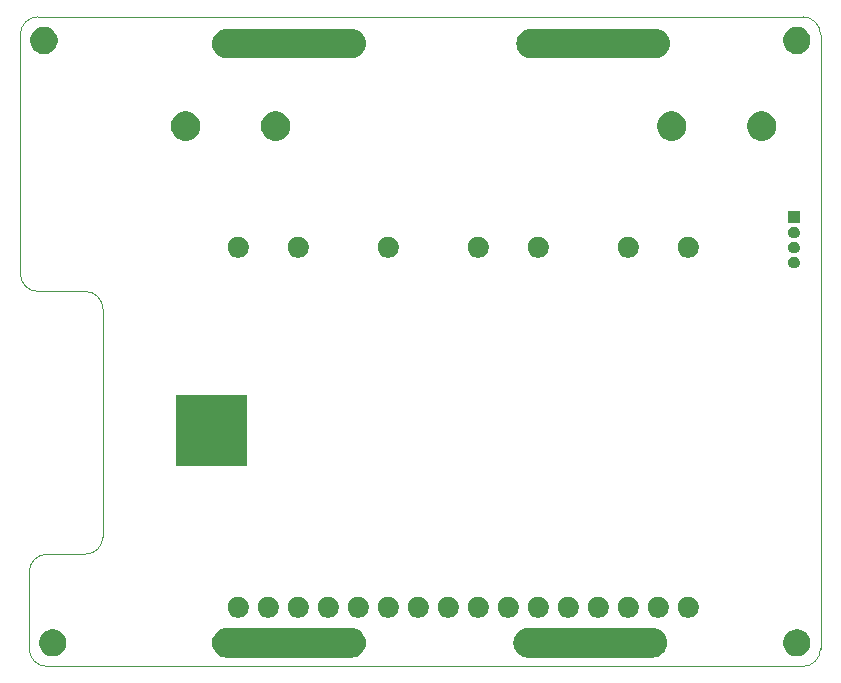
<source format=gbr>
%TF.GenerationSoftware,KiCad,Pcbnew,(6.0.0-rc1-dev-853-g5bbc2d74a)*%
%TF.CreationDate,2018-11-17T03:51:27+01:00*%
%TF.ProjectId,VFD_Watch,5646445F57617463682E6B696361645F,rev?*%
%TF.SameCoordinates,Original*%
%TF.FileFunction,Soldermask,Bot*%
%TF.FilePolarity,Negative*%
%FSLAX46Y46*%
G04 Gerber Fmt 4.6, Leading zero omitted, Abs format (unit mm)*
G04 Created by KiCad (PCBNEW (6.0.0-rc1-dev-853-g5bbc2d74a)) date 2018 November 17, Saturday 03:51:27*
%MOMM*%
%LPD*%
G01*
G04 APERTURE LIST*
%ADD10C,0.050000*%
%ADD11C,0.150000*%
G04 APERTURE END LIST*
D10*
X93750000Y-117000000D02*
G75*
G02X92250000Y-118500000I-1500000J0D01*
G01*
X92250000Y-96250000D02*
G75*
G02X93750000Y-97750000I0J-1500000D01*
G01*
X88250000Y-96250000D02*
G75*
G02X86750000Y-94750000I0J1500000D01*
G01*
X87500000Y-120000000D02*
G75*
G02X89000000Y-118500000I1500000J0D01*
G01*
X89000000Y-128000000D02*
G75*
G02X87500000Y-126500000I0J1500000D01*
G01*
X154500000Y-126500000D02*
G75*
G02X153000000Y-128000000I-1500000J0D01*
G01*
X153000000Y-73000000D02*
G75*
G02X154500000Y-74500000I0J-1500000D01*
G01*
X86750000Y-74500000D02*
G75*
G02X88250000Y-73000000I1500000J0D01*
G01*
X87500000Y-120000000D02*
X87500000Y-126500000D01*
X92250000Y-118500000D02*
X89000000Y-118500000D01*
X93750000Y-97750000D02*
X93750000Y-117000000D01*
X88250000Y-96250000D02*
X92250000Y-96250000D01*
X86750000Y-76750000D02*
X86750000Y-94750000D01*
X86750000Y-74500000D02*
X86750000Y-76750000D01*
X153000000Y-73000000D02*
X88250000Y-73000000D01*
X154500000Y-74500000D02*
X154500000Y-126500000D01*
X89000000Y-128000000D02*
X153000000Y-128000000D01*
D11*
G36*
X140495039Y-124768086D02*
X140495042Y-124768087D01*
X140495043Y-124768087D01*
X140730669Y-124839563D01*
X140947823Y-124955634D01*
X141138160Y-125111840D01*
X141294366Y-125302177D01*
X141410437Y-125519331D01*
X141481913Y-125754957D01*
X141481914Y-125754961D01*
X141506048Y-126000000D01*
X141481914Y-126245039D01*
X141481913Y-126245042D01*
X141481913Y-126245043D01*
X141410437Y-126480669D01*
X141294366Y-126697823D01*
X141138160Y-126888160D01*
X140947823Y-127044366D01*
X140730669Y-127160437D01*
X140495043Y-127231913D01*
X140495042Y-127231913D01*
X140495039Y-127231914D01*
X140311409Y-127250000D01*
X129688591Y-127250000D01*
X129504961Y-127231914D01*
X129504958Y-127231913D01*
X129504957Y-127231913D01*
X129269331Y-127160437D01*
X129052177Y-127044366D01*
X128861840Y-126888160D01*
X128705634Y-126697823D01*
X128589563Y-126480669D01*
X128518087Y-126245043D01*
X128518087Y-126245042D01*
X128518086Y-126245039D01*
X128493952Y-126000000D01*
X128518086Y-125754961D01*
X128518087Y-125754957D01*
X128589563Y-125519331D01*
X128705634Y-125302177D01*
X128861840Y-125111840D01*
X129052177Y-124955634D01*
X129269331Y-124839563D01*
X129504957Y-124768087D01*
X129504958Y-124768087D01*
X129504961Y-124768086D01*
X129688591Y-124750000D01*
X140311409Y-124750000D01*
X140495039Y-124768086D01*
X140495039Y-124768086D01*
G37*
G36*
X114995039Y-124768086D02*
X114995042Y-124768087D01*
X114995043Y-124768087D01*
X115230669Y-124839563D01*
X115447823Y-124955634D01*
X115638160Y-125111840D01*
X115794366Y-125302177D01*
X115910437Y-125519331D01*
X115981913Y-125754957D01*
X115981914Y-125754961D01*
X116006048Y-126000000D01*
X115981914Y-126245039D01*
X115981913Y-126245042D01*
X115981913Y-126245043D01*
X115910437Y-126480669D01*
X115794366Y-126697823D01*
X115638160Y-126888160D01*
X115447823Y-127044366D01*
X115230669Y-127160437D01*
X114995043Y-127231913D01*
X114995042Y-127231913D01*
X114995039Y-127231914D01*
X114811409Y-127250000D01*
X104188591Y-127250000D01*
X104004961Y-127231914D01*
X104004958Y-127231913D01*
X104004957Y-127231913D01*
X103769331Y-127160437D01*
X103552177Y-127044366D01*
X103361840Y-126888160D01*
X103205634Y-126697823D01*
X103089563Y-126480669D01*
X103018087Y-126245043D01*
X103018087Y-126245042D01*
X103018086Y-126245039D01*
X102993952Y-126000000D01*
X103018086Y-125754961D01*
X103018087Y-125754957D01*
X103089563Y-125519331D01*
X103205634Y-125302177D01*
X103361840Y-125111840D01*
X103552177Y-124955634D01*
X103769331Y-124839563D01*
X104004957Y-124768087D01*
X104004958Y-124768087D01*
X104004961Y-124768086D01*
X104188591Y-124750000D01*
X114811409Y-124750000D01*
X114995039Y-124768086D01*
X114995039Y-124768086D01*
G37*
G36*
X152835443Y-124894194D02*
X153044728Y-124980883D01*
X153233085Y-125106739D01*
X153393261Y-125266915D01*
X153519117Y-125455272D01*
X153605806Y-125664557D01*
X153650000Y-125886734D01*
X153650000Y-126113266D01*
X153605806Y-126335443D01*
X153519117Y-126544728D01*
X153393261Y-126733085D01*
X153233085Y-126893261D01*
X153044728Y-127019117D01*
X152835443Y-127105806D01*
X152613266Y-127150000D01*
X152386734Y-127150000D01*
X152164557Y-127105806D01*
X151955272Y-127019117D01*
X151766915Y-126893261D01*
X151606739Y-126733085D01*
X151480883Y-126544728D01*
X151394194Y-126335443D01*
X151350000Y-126113266D01*
X151350000Y-125886734D01*
X151394194Y-125664557D01*
X151480883Y-125455272D01*
X151606739Y-125266915D01*
X151766915Y-125106739D01*
X151955272Y-124980883D01*
X152164557Y-124894194D01*
X152386734Y-124850000D01*
X152613266Y-124850000D01*
X152835443Y-124894194D01*
X152835443Y-124894194D01*
G37*
G36*
X89835443Y-124894194D02*
X90044728Y-124980883D01*
X90233085Y-125106739D01*
X90393261Y-125266915D01*
X90519117Y-125455272D01*
X90605806Y-125664557D01*
X90650000Y-125886734D01*
X90650000Y-126113266D01*
X90605806Y-126335443D01*
X90519117Y-126544728D01*
X90393261Y-126733085D01*
X90233085Y-126893261D01*
X90044728Y-127019117D01*
X89835443Y-127105806D01*
X89613266Y-127150000D01*
X89386734Y-127150000D01*
X89164557Y-127105806D01*
X88955272Y-127019117D01*
X88766915Y-126893261D01*
X88606739Y-126733085D01*
X88480883Y-126544728D01*
X88394194Y-126335443D01*
X88350000Y-126113266D01*
X88350000Y-125886734D01*
X88394194Y-125664557D01*
X88480883Y-125455272D01*
X88606739Y-125266915D01*
X88766915Y-125106739D01*
X88955272Y-124980883D01*
X89164557Y-124894194D01*
X89386734Y-124850000D01*
X89613266Y-124850000D01*
X89835443Y-124894194D01*
X89835443Y-124894194D01*
G37*
G36*
X133402521Y-122124586D02*
X133566309Y-122192429D01*
X133713720Y-122290926D01*
X133839074Y-122416280D01*
X133937571Y-122563691D01*
X134005414Y-122727479D01*
X134040000Y-122901356D01*
X134040000Y-123078644D01*
X134005414Y-123252521D01*
X133937571Y-123416309D01*
X133839074Y-123563720D01*
X133713720Y-123689074D01*
X133566309Y-123787571D01*
X133402521Y-123855414D01*
X133228644Y-123890000D01*
X133051356Y-123890000D01*
X132877479Y-123855414D01*
X132713691Y-123787571D01*
X132566280Y-123689074D01*
X132440926Y-123563720D01*
X132342429Y-123416309D01*
X132274586Y-123252521D01*
X132240000Y-123078644D01*
X132240000Y-122901356D01*
X132274586Y-122727479D01*
X132342429Y-122563691D01*
X132440926Y-122416280D01*
X132566280Y-122290926D01*
X132713691Y-122192429D01*
X132877479Y-122124586D01*
X133051356Y-122090000D01*
X133228644Y-122090000D01*
X133402521Y-122124586D01*
X133402521Y-122124586D01*
G37*
G36*
X130862521Y-122124586D02*
X131026309Y-122192429D01*
X131173720Y-122290926D01*
X131299074Y-122416280D01*
X131397571Y-122563691D01*
X131465414Y-122727479D01*
X131500000Y-122901356D01*
X131500000Y-123078644D01*
X131465414Y-123252521D01*
X131397571Y-123416309D01*
X131299074Y-123563720D01*
X131173720Y-123689074D01*
X131026309Y-123787571D01*
X130862521Y-123855414D01*
X130688644Y-123890000D01*
X130511356Y-123890000D01*
X130337479Y-123855414D01*
X130173691Y-123787571D01*
X130026280Y-123689074D01*
X129900926Y-123563720D01*
X129802429Y-123416309D01*
X129734586Y-123252521D01*
X129700000Y-123078644D01*
X129700000Y-122901356D01*
X129734586Y-122727479D01*
X129802429Y-122563691D01*
X129900926Y-122416280D01*
X130026280Y-122290926D01*
X130173691Y-122192429D01*
X130337479Y-122124586D01*
X130511356Y-122090000D01*
X130688644Y-122090000D01*
X130862521Y-122124586D01*
X130862521Y-122124586D01*
G37*
G36*
X128322521Y-122124586D02*
X128486309Y-122192429D01*
X128633720Y-122290926D01*
X128759074Y-122416280D01*
X128857571Y-122563691D01*
X128925414Y-122727479D01*
X128960000Y-122901356D01*
X128960000Y-123078644D01*
X128925414Y-123252521D01*
X128857571Y-123416309D01*
X128759074Y-123563720D01*
X128633720Y-123689074D01*
X128486309Y-123787571D01*
X128322521Y-123855414D01*
X128148644Y-123890000D01*
X127971356Y-123890000D01*
X127797479Y-123855414D01*
X127633691Y-123787571D01*
X127486280Y-123689074D01*
X127360926Y-123563720D01*
X127262429Y-123416309D01*
X127194586Y-123252521D01*
X127160000Y-123078644D01*
X127160000Y-122901356D01*
X127194586Y-122727479D01*
X127262429Y-122563691D01*
X127360926Y-122416280D01*
X127486280Y-122290926D01*
X127633691Y-122192429D01*
X127797479Y-122124586D01*
X127971356Y-122090000D01*
X128148644Y-122090000D01*
X128322521Y-122124586D01*
X128322521Y-122124586D01*
G37*
G36*
X125782521Y-122124586D02*
X125946309Y-122192429D01*
X126093720Y-122290926D01*
X126219074Y-122416280D01*
X126317571Y-122563691D01*
X126385414Y-122727479D01*
X126420000Y-122901356D01*
X126420000Y-123078644D01*
X126385414Y-123252521D01*
X126317571Y-123416309D01*
X126219074Y-123563720D01*
X126093720Y-123689074D01*
X125946309Y-123787571D01*
X125782521Y-123855414D01*
X125608644Y-123890000D01*
X125431356Y-123890000D01*
X125257479Y-123855414D01*
X125093691Y-123787571D01*
X124946280Y-123689074D01*
X124820926Y-123563720D01*
X124722429Y-123416309D01*
X124654586Y-123252521D01*
X124620000Y-123078644D01*
X124620000Y-122901356D01*
X124654586Y-122727479D01*
X124722429Y-122563691D01*
X124820926Y-122416280D01*
X124946280Y-122290926D01*
X125093691Y-122192429D01*
X125257479Y-122124586D01*
X125431356Y-122090000D01*
X125608644Y-122090000D01*
X125782521Y-122124586D01*
X125782521Y-122124586D01*
G37*
G36*
X123242521Y-122124586D02*
X123406309Y-122192429D01*
X123553720Y-122290926D01*
X123679074Y-122416280D01*
X123777571Y-122563691D01*
X123845414Y-122727479D01*
X123880000Y-122901356D01*
X123880000Y-123078644D01*
X123845414Y-123252521D01*
X123777571Y-123416309D01*
X123679074Y-123563720D01*
X123553720Y-123689074D01*
X123406309Y-123787571D01*
X123242521Y-123855414D01*
X123068644Y-123890000D01*
X122891356Y-123890000D01*
X122717479Y-123855414D01*
X122553691Y-123787571D01*
X122406280Y-123689074D01*
X122280926Y-123563720D01*
X122182429Y-123416309D01*
X122114586Y-123252521D01*
X122080000Y-123078644D01*
X122080000Y-122901356D01*
X122114586Y-122727479D01*
X122182429Y-122563691D01*
X122280926Y-122416280D01*
X122406280Y-122290926D01*
X122553691Y-122192429D01*
X122717479Y-122124586D01*
X122891356Y-122090000D01*
X123068644Y-122090000D01*
X123242521Y-122124586D01*
X123242521Y-122124586D01*
G37*
G36*
X120702521Y-122124586D02*
X120866309Y-122192429D01*
X121013720Y-122290926D01*
X121139074Y-122416280D01*
X121237571Y-122563691D01*
X121305414Y-122727479D01*
X121340000Y-122901356D01*
X121340000Y-123078644D01*
X121305414Y-123252521D01*
X121237571Y-123416309D01*
X121139074Y-123563720D01*
X121013720Y-123689074D01*
X120866309Y-123787571D01*
X120702521Y-123855414D01*
X120528644Y-123890000D01*
X120351356Y-123890000D01*
X120177479Y-123855414D01*
X120013691Y-123787571D01*
X119866280Y-123689074D01*
X119740926Y-123563720D01*
X119642429Y-123416309D01*
X119574586Y-123252521D01*
X119540000Y-123078644D01*
X119540000Y-122901356D01*
X119574586Y-122727479D01*
X119642429Y-122563691D01*
X119740926Y-122416280D01*
X119866280Y-122290926D01*
X120013691Y-122192429D01*
X120177479Y-122124586D01*
X120351356Y-122090000D01*
X120528644Y-122090000D01*
X120702521Y-122124586D01*
X120702521Y-122124586D01*
G37*
G36*
X118162521Y-122124586D02*
X118326309Y-122192429D01*
X118473720Y-122290926D01*
X118599074Y-122416280D01*
X118697571Y-122563691D01*
X118765414Y-122727479D01*
X118800000Y-122901356D01*
X118800000Y-123078644D01*
X118765414Y-123252521D01*
X118697571Y-123416309D01*
X118599074Y-123563720D01*
X118473720Y-123689074D01*
X118326309Y-123787571D01*
X118162521Y-123855414D01*
X117988644Y-123890000D01*
X117811356Y-123890000D01*
X117637479Y-123855414D01*
X117473691Y-123787571D01*
X117326280Y-123689074D01*
X117200926Y-123563720D01*
X117102429Y-123416309D01*
X117034586Y-123252521D01*
X117000000Y-123078644D01*
X117000000Y-122901356D01*
X117034586Y-122727479D01*
X117102429Y-122563691D01*
X117200926Y-122416280D01*
X117326280Y-122290926D01*
X117473691Y-122192429D01*
X117637479Y-122124586D01*
X117811356Y-122090000D01*
X117988644Y-122090000D01*
X118162521Y-122124586D01*
X118162521Y-122124586D01*
G37*
G36*
X115622521Y-122124586D02*
X115786309Y-122192429D01*
X115933720Y-122290926D01*
X116059074Y-122416280D01*
X116157571Y-122563691D01*
X116225414Y-122727479D01*
X116260000Y-122901356D01*
X116260000Y-123078644D01*
X116225414Y-123252521D01*
X116157571Y-123416309D01*
X116059074Y-123563720D01*
X115933720Y-123689074D01*
X115786309Y-123787571D01*
X115622521Y-123855414D01*
X115448644Y-123890000D01*
X115271356Y-123890000D01*
X115097479Y-123855414D01*
X114933691Y-123787571D01*
X114786280Y-123689074D01*
X114660926Y-123563720D01*
X114562429Y-123416309D01*
X114494586Y-123252521D01*
X114460000Y-123078644D01*
X114460000Y-122901356D01*
X114494586Y-122727479D01*
X114562429Y-122563691D01*
X114660926Y-122416280D01*
X114786280Y-122290926D01*
X114933691Y-122192429D01*
X115097479Y-122124586D01*
X115271356Y-122090000D01*
X115448644Y-122090000D01*
X115622521Y-122124586D01*
X115622521Y-122124586D01*
G37*
G36*
X113082521Y-122124586D02*
X113246309Y-122192429D01*
X113393720Y-122290926D01*
X113519074Y-122416280D01*
X113617571Y-122563691D01*
X113685414Y-122727479D01*
X113720000Y-122901356D01*
X113720000Y-123078644D01*
X113685414Y-123252521D01*
X113617571Y-123416309D01*
X113519074Y-123563720D01*
X113393720Y-123689074D01*
X113246309Y-123787571D01*
X113082521Y-123855414D01*
X112908644Y-123890000D01*
X112731356Y-123890000D01*
X112557479Y-123855414D01*
X112393691Y-123787571D01*
X112246280Y-123689074D01*
X112120926Y-123563720D01*
X112022429Y-123416309D01*
X111954586Y-123252521D01*
X111920000Y-123078644D01*
X111920000Y-122901356D01*
X111954586Y-122727479D01*
X112022429Y-122563691D01*
X112120926Y-122416280D01*
X112246280Y-122290926D01*
X112393691Y-122192429D01*
X112557479Y-122124586D01*
X112731356Y-122090000D01*
X112908644Y-122090000D01*
X113082521Y-122124586D01*
X113082521Y-122124586D01*
G37*
G36*
X110542521Y-122124586D02*
X110706309Y-122192429D01*
X110853720Y-122290926D01*
X110979074Y-122416280D01*
X111077571Y-122563691D01*
X111145414Y-122727479D01*
X111180000Y-122901356D01*
X111180000Y-123078644D01*
X111145414Y-123252521D01*
X111077571Y-123416309D01*
X110979074Y-123563720D01*
X110853720Y-123689074D01*
X110706309Y-123787571D01*
X110542521Y-123855414D01*
X110368644Y-123890000D01*
X110191356Y-123890000D01*
X110017479Y-123855414D01*
X109853691Y-123787571D01*
X109706280Y-123689074D01*
X109580926Y-123563720D01*
X109482429Y-123416309D01*
X109414586Y-123252521D01*
X109380000Y-123078644D01*
X109380000Y-122901356D01*
X109414586Y-122727479D01*
X109482429Y-122563691D01*
X109580926Y-122416280D01*
X109706280Y-122290926D01*
X109853691Y-122192429D01*
X110017479Y-122124586D01*
X110191356Y-122090000D01*
X110368644Y-122090000D01*
X110542521Y-122124586D01*
X110542521Y-122124586D01*
G37*
G36*
X108002521Y-122124586D02*
X108166309Y-122192429D01*
X108313720Y-122290926D01*
X108439074Y-122416280D01*
X108537571Y-122563691D01*
X108605414Y-122727479D01*
X108640000Y-122901356D01*
X108640000Y-123078644D01*
X108605414Y-123252521D01*
X108537571Y-123416309D01*
X108439074Y-123563720D01*
X108313720Y-123689074D01*
X108166309Y-123787571D01*
X108002521Y-123855414D01*
X107828644Y-123890000D01*
X107651356Y-123890000D01*
X107477479Y-123855414D01*
X107313691Y-123787571D01*
X107166280Y-123689074D01*
X107040926Y-123563720D01*
X106942429Y-123416309D01*
X106874586Y-123252521D01*
X106840000Y-123078644D01*
X106840000Y-122901356D01*
X106874586Y-122727479D01*
X106942429Y-122563691D01*
X107040926Y-122416280D01*
X107166280Y-122290926D01*
X107313691Y-122192429D01*
X107477479Y-122124586D01*
X107651356Y-122090000D01*
X107828644Y-122090000D01*
X108002521Y-122124586D01*
X108002521Y-122124586D01*
G37*
G36*
X105462521Y-122124586D02*
X105626309Y-122192429D01*
X105773720Y-122290926D01*
X105899074Y-122416280D01*
X105997571Y-122563691D01*
X106065414Y-122727479D01*
X106100000Y-122901356D01*
X106100000Y-123078644D01*
X106065414Y-123252521D01*
X105997571Y-123416309D01*
X105899074Y-123563720D01*
X105773720Y-123689074D01*
X105626309Y-123787571D01*
X105462521Y-123855414D01*
X105288644Y-123890000D01*
X105111356Y-123890000D01*
X104937479Y-123855414D01*
X104773691Y-123787571D01*
X104626280Y-123689074D01*
X104500926Y-123563720D01*
X104402429Y-123416309D01*
X104334586Y-123252521D01*
X104300000Y-123078644D01*
X104300000Y-122901356D01*
X104334586Y-122727479D01*
X104402429Y-122563691D01*
X104500926Y-122416280D01*
X104626280Y-122290926D01*
X104773691Y-122192429D01*
X104937479Y-122124586D01*
X105111356Y-122090000D01*
X105288644Y-122090000D01*
X105462521Y-122124586D01*
X105462521Y-122124586D01*
G37*
G36*
X143562521Y-122124586D02*
X143726309Y-122192429D01*
X143873720Y-122290926D01*
X143999074Y-122416280D01*
X144097571Y-122563691D01*
X144165414Y-122727479D01*
X144200000Y-122901356D01*
X144200000Y-123078644D01*
X144165414Y-123252521D01*
X144097571Y-123416309D01*
X143999074Y-123563720D01*
X143873720Y-123689074D01*
X143726309Y-123787571D01*
X143562521Y-123855414D01*
X143388644Y-123890000D01*
X143211356Y-123890000D01*
X143037479Y-123855414D01*
X142873691Y-123787571D01*
X142726280Y-123689074D01*
X142600926Y-123563720D01*
X142502429Y-123416309D01*
X142434586Y-123252521D01*
X142400000Y-123078644D01*
X142400000Y-122901356D01*
X142434586Y-122727479D01*
X142502429Y-122563691D01*
X142600926Y-122416280D01*
X142726280Y-122290926D01*
X142873691Y-122192429D01*
X143037479Y-122124586D01*
X143211356Y-122090000D01*
X143388644Y-122090000D01*
X143562521Y-122124586D01*
X143562521Y-122124586D01*
G37*
G36*
X141022521Y-122124586D02*
X141186309Y-122192429D01*
X141333720Y-122290926D01*
X141459074Y-122416280D01*
X141557571Y-122563691D01*
X141625414Y-122727479D01*
X141660000Y-122901356D01*
X141660000Y-123078644D01*
X141625414Y-123252521D01*
X141557571Y-123416309D01*
X141459074Y-123563720D01*
X141333720Y-123689074D01*
X141186309Y-123787571D01*
X141022521Y-123855414D01*
X140848644Y-123890000D01*
X140671356Y-123890000D01*
X140497479Y-123855414D01*
X140333691Y-123787571D01*
X140186280Y-123689074D01*
X140060926Y-123563720D01*
X139962429Y-123416309D01*
X139894586Y-123252521D01*
X139860000Y-123078644D01*
X139860000Y-122901356D01*
X139894586Y-122727479D01*
X139962429Y-122563691D01*
X140060926Y-122416280D01*
X140186280Y-122290926D01*
X140333691Y-122192429D01*
X140497479Y-122124586D01*
X140671356Y-122090000D01*
X140848644Y-122090000D01*
X141022521Y-122124586D01*
X141022521Y-122124586D01*
G37*
G36*
X138482521Y-122124586D02*
X138646309Y-122192429D01*
X138793720Y-122290926D01*
X138919074Y-122416280D01*
X139017571Y-122563691D01*
X139085414Y-122727479D01*
X139120000Y-122901356D01*
X139120000Y-123078644D01*
X139085414Y-123252521D01*
X139017571Y-123416309D01*
X138919074Y-123563720D01*
X138793720Y-123689074D01*
X138646309Y-123787571D01*
X138482521Y-123855414D01*
X138308644Y-123890000D01*
X138131356Y-123890000D01*
X137957479Y-123855414D01*
X137793691Y-123787571D01*
X137646280Y-123689074D01*
X137520926Y-123563720D01*
X137422429Y-123416309D01*
X137354586Y-123252521D01*
X137320000Y-123078644D01*
X137320000Y-122901356D01*
X137354586Y-122727479D01*
X137422429Y-122563691D01*
X137520926Y-122416280D01*
X137646280Y-122290926D01*
X137793691Y-122192429D01*
X137957479Y-122124586D01*
X138131356Y-122090000D01*
X138308644Y-122090000D01*
X138482521Y-122124586D01*
X138482521Y-122124586D01*
G37*
G36*
X135942521Y-122124586D02*
X136106309Y-122192429D01*
X136253720Y-122290926D01*
X136379074Y-122416280D01*
X136477571Y-122563691D01*
X136545414Y-122727479D01*
X136580000Y-122901356D01*
X136580000Y-123078644D01*
X136545414Y-123252521D01*
X136477571Y-123416309D01*
X136379074Y-123563720D01*
X136253720Y-123689074D01*
X136106309Y-123787571D01*
X135942521Y-123855414D01*
X135768644Y-123890000D01*
X135591356Y-123890000D01*
X135417479Y-123855414D01*
X135253691Y-123787571D01*
X135106280Y-123689074D01*
X134980926Y-123563720D01*
X134882429Y-123416309D01*
X134814586Y-123252521D01*
X134780000Y-123078644D01*
X134780000Y-122901356D01*
X134814586Y-122727479D01*
X134882429Y-122563691D01*
X134980926Y-122416280D01*
X135106280Y-122290926D01*
X135253691Y-122192429D01*
X135417479Y-122124586D01*
X135591356Y-122090000D01*
X135768644Y-122090000D01*
X135942521Y-122124586D01*
X135942521Y-122124586D01*
G37*
G36*
X105913000Y-111004000D02*
X99913000Y-111004000D01*
X99913000Y-105004000D01*
X105913000Y-105004000D01*
X105913000Y-111004000D01*
X105913000Y-111004000D01*
G37*
G36*
X152348015Y-93297234D02*
X152442268Y-93325825D01*
X152488697Y-93350643D01*
X152529129Y-93372254D01*
X152529131Y-93372255D01*
X152529130Y-93372255D01*
X152605264Y-93434736D01*
X152667745Y-93510870D01*
X152714175Y-93597732D01*
X152742766Y-93691985D01*
X152752419Y-93790000D01*
X152742766Y-93888015D01*
X152714175Y-93982268D01*
X152689357Y-94028697D01*
X152667746Y-94069129D01*
X152605264Y-94145264D01*
X152529129Y-94207746D01*
X152488697Y-94229357D01*
X152442268Y-94254175D01*
X152348015Y-94282766D01*
X152274564Y-94290000D01*
X152225436Y-94290000D01*
X152151985Y-94282766D01*
X152057732Y-94254175D01*
X152011303Y-94229357D01*
X151970871Y-94207746D01*
X151894736Y-94145264D01*
X151832254Y-94069129D01*
X151810643Y-94028697D01*
X151785825Y-93982268D01*
X151757234Y-93888015D01*
X151747581Y-93790000D01*
X151757234Y-93691985D01*
X151785825Y-93597732D01*
X151832255Y-93510870D01*
X151894736Y-93434736D01*
X151970870Y-93372255D01*
X151970869Y-93372255D01*
X151970871Y-93372254D01*
X152011303Y-93350643D01*
X152057732Y-93325825D01*
X152151985Y-93297234D01*
X152225436Y-93290000D01*
X152274564Y-93290000D01*
X152348015Y-93297234D01*
X152348015Y-93297234D01*
G37*
G36*
X143562521Y-91644586D02*
X143726309Y-91712429D01*
X143873720Y-91810926D01*
X143999074Y-91936280D01*
X144097571Y-92083691D01*
X144165414Y-92247479D01*
X144200000Y-92421356D01*
X144200000Y-92598644D01*
X144165414Y-92772521D01*
X144097571Y-92936309D01*
X143999074Y-93083720D01*
X143873720Y-93209074D01*
X143726309Y-93307571D01*
X143562521Y-93375414D01*
X143388644Y-93410000D01*
X143211356Y-93410000D01*
X143037479Y-93375414D01*
X142873691Y-93307571D01*
X142726280Y-93209074D01*
X142600926Y-93083720D01*
X142502429Y-92936309D01*
X142434586Y-92772521D01*
X142400000Y-92598644D01*
X142400000Y-92421356D01*
X142434586Y-92247479D01*
X142502429Y-92083691D01*
X142600926Y-91936280D01*
X142726280Y-91810926D01*
X142873691Y-91712429D01*
X143037479Y-91644586D01*
X143211356Y-91610000D01*
X143388644Y-91610000D01*
X143562521Y-91644586D01*
X143562521Y-91644586D01*
G37*
G36*
X138482521Y-91644586D02*
X138646309Y-91712429D01*
X138793720Y-91810926D01*
X138919074Y-91936280D01*
X139017571Y-92083691D01*
X139085414Y-92247479D01*
X139120000Y-92421356D01*
X139120000Y-92598644D01*
X139085414Y-92772521D01*
X139017571Y-92936309D01*
X138919074Y-93083720D01*
X138793720Y-93209074D01*
X138646309Y-93307571D01*
X138482521Y-93375414D01*
X138308644Y-93410000D01*
X138131356Y-93410000D01*
X137957479Y-93375414D01*
X137793691Y-93307571D01*
X137646280Y-93209074D01*
X137520926Y-93083720D01*
X137422429Y-92936309D01*
X137354586Y-92772521D01*
X137320000Y-92598644D01*
X137320000Y-92421356D01*
X137354586Y-92247479D01*
X137422429Y-92083691D01*
X137520926Y-91936280D01*
X137646280Y-91810926D01*
X137793691Y-91712429D01*
X137957479Y-91644586D01*
X138131356Y-91610000D01*
X138308644Y-91610000D01*
X138482521Y-91644586D01*
X138482521Y-91644586D01*
G37*
G36*
X110542521Y-91644586D02*
X110706309Y-91712429D01*
X110853720Y-91810926D01*
X110979074Y-91936280D01*
X111077571Y-92083691D01*
X111145414Y-92247479D01*
X111180000Y-92421356D01*
X111180000Y-92598644D01*
X111145414Y-92772521D01*
X111077571Y-92936309D01*
X110979074Y-93083720D01*
X110853720Y-93209074D01*
X110706309Y-93307571D01*
X110542521Y-93375414D01*
X110368644Y-93410000D01*
X110191356Y-93410000D01*
X110017479Y-93375414D01*
X109853691Y-93307571D01*
X109706280Y-93209074D01*
X109580926Y-93083720D01*
X109482429Y-92936309D01*
X109414586Y-92772521D01*
X109380000Y-92598644D01*
X109380000Y-92421356D01*
X109414586Y-92247479D01*
X109482429Y-92083691D01*
X109580926Y-91936280D01*
X109706280Y-91810926D01*
X109853691Y-91712429D01*
X110017479Y-91644586D01*
X110191356Y-91610000D01*
X110368644Y-91610000D01*
X110542521Y-91644586D01*
X110542521Y-91644586D01*
G37*
G36*
X105462521Y-91644586D02*
X105626309Y-91712429D01*
X105773720Y-91810926D01*
X105899074Y-91936280D01*
X105997571Y-92083691D01*
X106065414Y-92247479D01*
X106100000Y-92421356D01*
X106100000Y-92598644D01*
X106065414Y-92772521D01*
X105997571Y-92936309D01*
X105899074Y-93083720D01*
X105773720Y-93209074D01*
X105626309Y-93307571D01*
X105462521Y-93375414D01*
X105288644Y-93410000D01*
X105111356Y-93410000D01*
X104937479Y-93375414D01*
X104773691Y-93307571D01*
X104626280Y-93209074D01*
X104500926Y-93083720D01*
X104402429Y-92936309D01*
X104334586Y-92772521D01*
X104300000Y-92598644D01*
X104300000Y-92421356D01*
X104334586Y-92247479D01*
X104402429Y-92083691D01*
X104500926Y-91936280D01*
X104626280Y-91810926D01*
X104773691Y-91712429D01*
X104937479Y-91644586D01*
X105111356Y-91610000D01*
X105288644Y-91610000D01*
X105462521Y-91644586D01*
X105462521Y-91644586D01*
G37*
G36*
X118162521Y-91644586D02*
X118326309Y-91712429D01*
X118473720Y-91810926D01*
X118599074Y-91936280D01*
X118697571Y-92083691D01*
X118765414Y-92247479D01*
X118800000Y-92421356D01*
X118800000Y-92598644D01*
X118765414Y-92772521D01*
X118697571Y-92936309D01*
X118599074Y-93083720D01*
X118473720Y-93209074D01*
X118326309Y-93307571D01*
X118162521Y-93375414D01*
X117988644Y-93410000D01*
X117811356Y-93410000D01*
X117637479Y-93375414D01*
X117473691Y-93307571D01*
X117326280Y-93209074D01*
X117200926Y-93083720D01*
X117102429Y-92936309D01*
X117034586Y-92772521D01*
X117000000Y-92598644D01*
X117000000Y-92421356D01*
X117034586Y-92247479D01*
X117102429Y-92083691D01*
X117200926Y-91936280D01*
X117326280Y-91810926D01*
X117473691Y-91712429D01*
X117637479Y-91644586D01*
X117811356Y-91610000D01*
X117988644Y-91610000D01*
X118162521Y-91644586D01*
X118162521Y-91644586D01*
G37*
G36*
X130862521Y-91644586D02*
X131026309Y-91712429D01*
X131173720Y-91810926D01*
X131299074Y-91936280D01*
X131397571Y-92083691D01*
X131465414Y-92247479D01*
X131500000Y-92421356D01*
X131500000Y-92598644D01*
X131465414Y-92772521D01*
X131397571Y-92936309D01*
X131299074Y-93083720D01*
X131173720Y-93209074D01*
X131026309Y-93307571D01*
X130862521Y-93375414D01*
X130688644Y-93410000D01*
X130511356Y-93410000D01*
X130337479Y-93375414D01*
X130173691Y-93307571D01*
X130026280Y-93209074D01*
X129900926Y-93083720D01*
X129802429Y-92936309D01*
X129734586Y-92772521D01*
X129700000Y-92598644D01*
X129700000Y-92421356D01*
X129734586Y-92247479D01*
X129802429Y-92083691D01*
X129900926Y-91936280D01*
X130026280Y-91810926D01*
X130173691Y-91712429D01*
X130337479Y-91644586D01*
X130511356Y-91610000D01*
X130688644Y-91610000D01*
X130862521Y-91644586D01*
X130862521Y-91644586D01*
G37*
G36*
X125782521Y-91644586D02*
X125946309Y-91712429D01*
X126093720Y-91810926D01*
X126219074Y-91936280D01*
X126317571Y-92083691D01*
X126385414Y-92247479D01*
X126420000Y-92421356D01*
X126420000Y-92598644D01*
X126385414Y-92772521D01*
X126317571Y-92936309D01*
X126219074Y-93083720D01*
X126093720Y-93209074D01*
X125946309Y-93307571D01*
X125782521Y-93375414D01*
X125608644Y-93410000D01*
X125431356Y-93410000D01*
X125257479Y-93375414D01*
X125093691Y-93307571D01*
X124946280Y-93209074D01*
X124820926Y-93083720D01*
X124722429Y-92936309D01*
X124654586Y-92772521D01*
X124620000Y-92598644D01*
X124620000Y-92421356D01*
X124654586Y-92247479D01*
X124722429Y-92083691D01*
X124820926Y-91936280D01*
X124946280Y-91810926D01*
X125093691Y-91712429D01*
X125257479Y-91644586D01*
X125431356Y-91610000D01*
X125608644Y-91610000D01*
X125782521Y-91644586D01*
X125782521Y-91644586D01*
G37*
G36*
X152348015Y-92027234D02*
X152442268Y-92055825D01*
X152488697Y-92080643D01*
X152529129Y-92102254D01*
X152605264Y-92164736D01*
X152667746Y-92240871D01*
X152689357Y-92281303D01*
X152714175Y-92327732D01*
X152742766Y-92421985D01*
X152752419Y-92520000D01*
X152742766Y-92618015D01*
X152714175Y-92712268D01*
X152689357Y-92758697D01*
X152667746Y-92799129D01*
X152605264Y-92875264D01*
X152529129Y-92937746D01*
X152488697Y-92959357D01*
X152442268Y-92984175D01*
X152348015Y-93012766D01*
X152274564Y-93020000D01*
X152225436Y-93020000D01*
X152151985Y-93012766D01*
X152057732Y-92984175D01*
X152011303Y-92959357D01*
X151970871Y-92937746D01*
X151894736Y-92875264D01*
X151832254Y-92799129D01*
X151810643Y-92758697D01*
X151785825Y-92712268D01*
X151757234Y-92618015D01*
X151747581Y-92520000D01*
X151757234Y-92421985D01*
X151785825Y-92327732D01*
X151810643Y-92281303D01*
X151832254Y-92240871D01*
X151894736Y-92164736D01*
X151970871Y-92102254D01*
X152011303Y-92080643D01*
X152057732Y-92055825D01*
X152151985Y-92027234D01*
X152225436Y-92020000D01*
X152274564Y-92020000D01*
X152348015Y-92027234D01*
X152348015Y-92027234D01*
G37*
G36*
X152348015Y-90757234D02*
X152442268Y-90785825D01*
X152488697Y-90810643D01*
X152529129Y-90832254D01*
X152529131Y-90832255D01*
X152529130Y-90832255D01*
X152605264Y-90894736D01*
X152667745Y-90970870D01*
X152714175Y-91057732D01*
X152742766Y-91151985D01*
X152752419Y-91250000D01*
X152742766Y-91348015D01*
X152714175Y-91442268D01*
X152689357Y-91488697D01*
X152667746Y-91529129D01*
X152605264Y-91605264D01*
X152529129Y-91667746D01*
X152488697Y-91689357D01*
X152442268Y-91714175D01*
X152348015Y-91742766D01*
X152274564Y-91750000D01*
X152225436Y-91750000D01*
X152151985Y-91742766D01*
X152057732Y-91714175D01*
X152011303Y-91689357D01*
X151970871Y-91667746D01*
X151894736Y-91605264D01*
X151832254Y-91529129D01*
X151810643Y-91488697D01*
X151785825Y-91442268D01*
X151757234Y-91348015D01*
X151747581Y-91250000D01*
X151757234Y-91151985D01*
X151785825Y-91057732D01*
X151832255Y-90970870D01*
X151894736Y-90894736D01*
X151970870Y-90832255D01*
X151970869Y-90832255D01*
X151970871Y-90832254D01*
X152011303Y-90810643D01*
X152057732Y-90785825D01*
X152151985Y-90757234D01*
X152225436Y-90750000D01*
X152274564Y-90750000D01*
X152348015Y-90757234D01*
X152348015Y-90757234D01*
G37*
G36*
X152750000Y-90480000D02*
X151750000Y-90480000D01*
X151750000Y-89480000D01*
X152750000Y-89480000D01*
X152750000Y-90480000D01*
X152750000Y-90480000D01*
G37*
G36*
X149884612Y-81048037D02*
X150112096Y-81142264D01*
X150316831Y-81279064D01*
X150490936Y-81453169D01*
X150627736Y-81657904D01*
X150721963Y-81885388D01*
X150770000Y-82126885D01*
X150770000Y-82373115D01*
X150721963Y-82614612D01*
X150627736Y-82842096D01*
X150490936Y-83046831D01*
X150316831Y-83220936D01*
X150112096Y-83357736D01*
X149884612Y-83451963D01*
X149643115Y-83500000D01*
X149396885Y-83500000D01*
X149155388Y-83451963D01*
X148927904Y-83357736D01*
X148723169Y-83220936D01*
X148549064Y-83046831D01*
X148412264Y-82842096D01*
X148318037Y-82614612D01*
X148270000Y-82373115D01*
X148270000Y-82126885D01*
X148318037Y-81885388D01*
X148412264Y-81657904D01*
X148549064Y-81453169D01*
X148723169Y-81279064D01*
X148927904Y-81142264D01*
X149155388Y-81048037D01*
X149396885Y-81000000D01*
X149643115Y-81000000D01*
X149884612Y-81048037D01*
X149884612Y-81048037D01*
G37*
G36*
X101114612Y-81048037D02*
X101342096Y-81142264D01*
X101546831Y-81279064D01*
X101720936Y-81453169D01*
X101857736Y-81657904D01*
X101951963Y-81885388D01*
X102000000Y-82126885D01*
X102000000Y-82373115D01*
X101951963Y-82614612D01*
X101857736Y-82842096D01*
X101720936Y-83046831D01*
X101546831Y-83220936D01*
X101342096Y-83357736D01*
X101114612Y-83451963D01*
X100873115Y-83500000D01*
X100626885Y-83500000D01*
X100385388Y-83451963D01*
X100157904Y-83357736D01*
X99953169Y-83220936D01*
X99779064Y-83046831D01*
X99642264Y-82842096D01*
X99548037Y-82614612D01*
X99500000Y-82373115D01*
X99500000Y-82126885D01*
X99548037Y-81885388D01*
X99642264Y-81657904D01*
X99779064Y-81453169D01*
X99953169Y-81279064D01*
X100157904Y-81142264D01*
X100385388Y-81048037D01*
X100626885Y-81000000D01*
X100873115Y-81000000D01*
X101114612Y-81048037D01*
X101114612Y-81048037D01*
G37*
G36*
X108734612Y-81048037D02*
X108962096Y-81142264D01*
X109166831Y-81279064D01*
X109340936Y-81453169D01*
X109477736Y-81657904D01*
X109571963Y-81885388D01*
X109620000Y-82126885D01*
X109620000Y-82373115D01*
X109571963Y-82614612D01*
X109477736Y-82842096D01*
X109340936Y-83046831D01*
X109166831Y-83220936D01*
X108962096Y-83357736D01*
X108734612Y-83451963D01*
X108493115Y-83500000D01*
X108246885Y-83500000D01*
X108005388Y-83451963D01*
X107777904Y-83357736D01*
X107573169Y-83220936D01*
X107399064Y-83046831D01*
X107262264Y-82842096D01*
X107168037Y-82614612D01*
X107120000Y-82373115D01*
X107120000Y-82126885D01*
X107168037Y-81885388D01*
X107262264Y-81657904D01*
X107399064Y-81453169D01*
X107573169Y-81279064D01*
X107777904Y-81142264D01*
X108005388Y-81048037D01*
X108246885Y-81000000D01*
X108493115Y-81000000D01*
X108734612Y-81048037D01*
X108734612Y-81048037D01*
G37*
G36*
X142264612Y-81048037D02*
X142492096Y-81142264D01*
X142696831Y-81279064D01*
X142870936Y-81453169D01*
X143007736Y-81657904D01*
X143101963Y-81885388D01*
X143150000Y-82126885D01*
X143150000Y-82373115D01*
X143101963Y-82614612D01*
X143007736Y-82842096D01*
X142870936Y-83046831D01*
X142696831Y-83220936D01*
X142492096Y-83357736D01*
X142264612Y-83451963D01*
X142023115Y-83500000D01*
X141776885Y-83500000D01*
X141535388Y-83451963D01*
X141307904Y-83357736D01*
X141103169Y-83220936D01*
X140929064Y-83046831D01*
X140792264Y-82842096D01*
X140698037Y-82614612D01*
X140650000Y-82373115D01*
X140650000Y-82126885D01*
X140698037Y-81885388D01*
X140792264Y-81657904D01*
X140929064Y-81453169D01*
X141103169Y-81279064D01*
X141307904Y-81142264D01*
X141535388Y-81048037D01*
X141776885Y-81000000D01*
X142023115Y-81000000D01*
X142264612Y-81048037D01*
X142264612Y-81048037D01*
G37*
G36*
X140745039Y-74018086D02*
X140745042Y-74018087D01*
X140745043Y-74018087D01*
X140980669Y-74089563D01*
X141197823Y-74205634D01*
X141388160Y-74361840D01*
X141544366Y-74552177D01*
X141660437Y-74769331D01*
X141696051Y-74886735D01*
X141731914Y-75004961D01*
X141756048Y-75250000D01*
X141731914Y-75495039D01*
X141731913Y-75495042D01*
X141731913Y-75495043D01*
X141660437Y-75730669D01*
X141544366Y-75947823D01*
X141388160Y-76138160D01*
X141197823Y-76294366D01*
X140980669Y-76410437D01*
X140745043Y-76481913D01*
X140745042Y-76481913D01*
X140745039Y-76481914D01*
X140561409Y-76500000D01*
X129938591Y-76500000D01*
X129754961Y-76481914D01*
X129754958Y-76481913D01*
X129754957Y-76481913D01*
X129519331Y-76410437D01*
X129302177Y-76294366D01*
X129111840Y-76138160D01*
X128955634Y-75947823D01*
X128839563Y-75730669D01*
X128768087Y-75495043D01*
X128768087Y-75495042D01*
X128768086Y-75495039D01*
X128743952Y-75250000D01*
X128768086Y-75004961D01*
X128803949Y-74886735D01*
X128839563Y-74769331D01*
X128955634Y-74552177D01*
X129111840Y-74361840D01*
X129302177Y-74205634D01*
X129519331Y-74089563D01*
X129754957Y-74018087D01*
X129754958Y-74018087D01*
X129754961Y-74018086D01*
X129938591Y-74000000D01*
X140561409Y-74000000D01*
X140745039Y-74018086D01*
X140745039Y-74018086D01*
G37*
G36*
X114995039Y-74018086D02*
X114995042Y-74018087D01*
X114995043Y-74018087D01*
X115230669Y-74089563D01*
X115447823Y-74205634D01*
X115638160Y-74361840D01*
X115794366Y-74552177D01*
X115910437Y-74769331D01*
X115946051Y-74886735D01*
X115981914Y-75004961D01*
X116006048Y-75250000D01*
X115981914Y-75495039D01*
X115981913Y-75495042D01*
X115981913Y-75495043D01*
X115910437Y-75730669D01*
X115794366Y-75947823D01*
X115638160Y-76138160D01*
X115447823Y-76294366D01*
X115230669Y-76410437D01*
X114995043Y-76481913D01*
X114995042Y-76481913D01*
X114995039Y-76481914D01*
X114811409Y-76500000D01*
X104188591Y-76500000D01*
X104004961Y-76481914D01*
X104004958Y-76481913D01*
X104004957Y-76481913D01*
X103769331Y-76410437D01*
X103552177Y-76294366D01*
X103361840Y-76138160D01*
X103205634Y-75947823D01*
X103089563Y-75730669D01*
X103018087Y-75495043D01*
X103018087Y-75495042D01*
X103018086Y-75495039D01*
X102993952Y-75250000D01*
X103018086Y-75004961D01*
X103053949Y-74886735D01*
X103089563Y-74769331D01*
X103205634Y-74552177D01*
X103361840Y-74361840D01*
X103552177Y-74205634D01*
X103769331Y-74089563D01*
X104004957Y-74018087D01*
X104004958Y-74018087D01*
X104004961Y-74018086D01*
X104188591Y-74000000D01*
X114811409Y-74000000D01*
X114995039Y-74018086D01*
X114995039Y-74018086D01*
G37*
G36*
X152835443Y-73894194D02*
X153044728Y-73980883D01*
X153233085Y-74106739D01*
X153393261Y-74266915D01*
X153519117Y-74455272D01*
X153605806Y-74664557D01*
X153650000Y-74886734D01*
X153650000Y-75113266D01*
X153605806Y-75335443D01*
X153519117Y-75544728D01*
X153393261Y-75733085D01*
X153233085Y-75893261D01*
X153044728Y-76019117D01*
X152835443Y-76105806D01*
X152613266Y-76150000D01*
X152386734Y-76150000D01*
X152164557Y-76105806D01*
X151955272Y-76019117D01*
X151766915Y-75893261D01*
X151606739Y-75733085D01*
X151480883Y-75544728D01*
X151394194Y-75335443D01*
X151350000Y-75113266D01*
X151350000Y-74886734D01*
X151394194Y-74664557D01*
X151480883Y-74455272D01*
X151606739Y-74266915D01*
X151766915Y-74106739D01*
X151955272Y-73980883D01*
X152164557Y-73894194D01*
X152386734Y-73850000D01*
X152613266Y-73850000D01*
X152835443Y-73894194D01*
X152835443Y-73894194D01*
G37*
G36*
X89085443Y-73894194D02*
X89294728Y-73980883D01*
X89483085Y-74106739D01*
X89643261Y-74266915D01*
X89769117Y-74455272D01*
X89855806Y-74664557D01*
X89900000Y-74886734D01*
X89900000Y-75113266D01*
X89855806Y-75335443D01*
X89769117Y-75544728D01*
X89643261Y-75733085D01*
X89483085Y-75893261D01*
X89294728Y-76019117D01*
X89085443Y-76105806D01*
X88863266Y-76150000D01*
X88636734Y-76150000D01*
X88414557Y-76105806D01*
X88205272Y-76019117D01*
X88016915Y-75893261D01*
X87856739Y-75733085D01*
X87730883Y-75544728D01*
X87644194Y-75335443D01*
X87600000Y-75113266D01*
X87600000Y-74886734D01*
X87644194Y-74664557D01*
X87730883Y-74455272D01*
X87856739Y-74266915D01*
X88016915Y-74106739D01*
X88205272Y-73980883D01*
X88414557Y-73894194D01*
X88636734Y-73850000D01*
X88863266Y-73850000D01*
X89085443Y-73894194D01*
X89085443Y-73894194D01*
G37*
M02*

</source>
